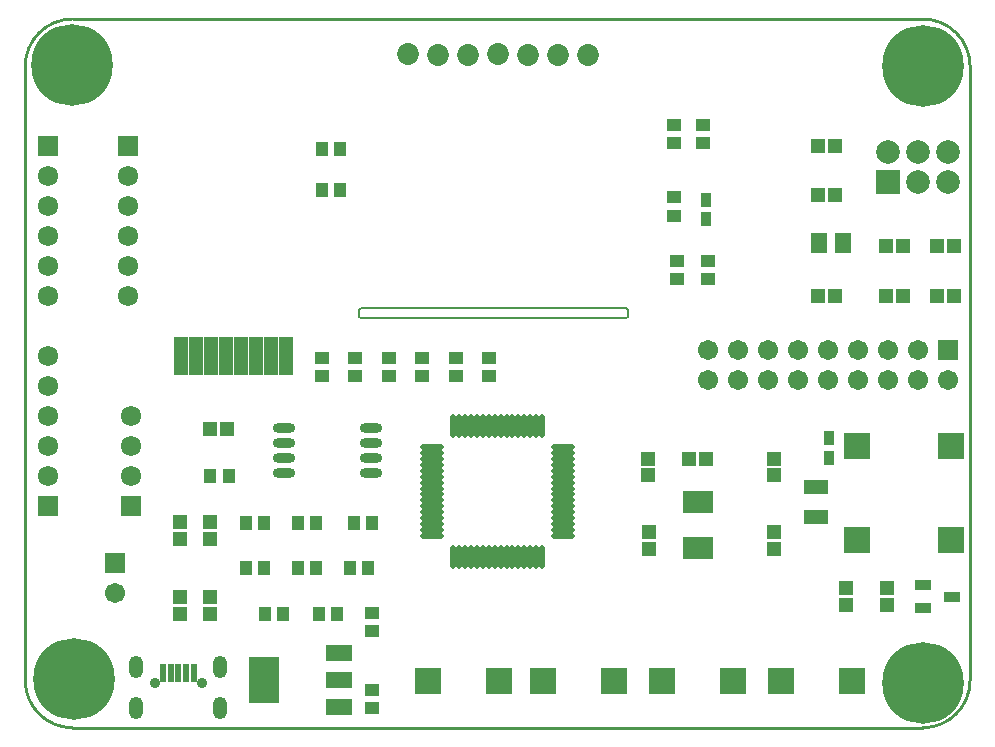
<source format=gts>
G04*
G04 #@! TF.GenerationSoftware,Altium Limited,Altium Designer,18.1.9 (240)*
G04*
G04 Layer_Color=8388736*
%FSLAX25Y25*%
%MOIN*%
G70*
G01*
G75*
%ADD10C,0.01000*%
%ADD18C,0.00600*%
%ADD42R,0.04461X0.04658*%
%ADD43O,0.07486X0.03359*%
%ADD44R,0.05721X0.03556*%
%ADD45R,0.05131X0.04737*%
%ADD46R,0.04737X0.05131*%
%ADD47O,0.01902X0.07870*%
%ADD48O,0.07870X0.01902*%
%ADD49O,0.07870X0.01902*%
%ADD50R,0.04737X0.12611*%
%ADD51R,0.04737X0.12611*%
%ADD52R,0.04658X0.04461*%
%ADD53R,0.04658X0.04461*%
%ADD54R,0.03300X0.04800*%
%ADD55R,0.08674X0.08674*%
%ADD56R,0.02375X0.06312*%
%ADD57R,0.02375X0.06312*%
%ADD58R,0.10248X0.07492*%
%ADD59R,0.07887X0.04737*%
%ADD60R,0.04461X0.04658*%
%ADD61R,0.09855X0.15761*%
%ADD62R,0.08674X0.05524*%
%ADD63R,0.08674X0.05524*%
%ADD64R,0.05367X0.06509*%
%ADD65C,0.07296*%
%ADD66C,0.27178*%
%ADD67C,0.05524*%
%ADD68O,0.04737X0.07488*%
%ADD69O,0.04737X0.07488*%
%ADD70C,0.03556*%
%ADD71C,0.06706*%
%ADD72R,0.06706X0.06706*%
%ADD73R,0.06784X0.06784*%
%ADD74C,0.06784*%
%ADD75C,0.07887*%
%ADD76R,0.07887X0.07887*%
%ADD77R,0.06706X0.06706*%
%ADD78C,0.06706*%
D10*
X299720Y1236D02*
G03*
X315480Y16978I9J15751D01*
G01*
X315480Y221709D02*
G03*
X299720Y237457I-15754J-6D01*
G01*
X16319D02*
G03*
X520Y221709I-26J-15774D01*
G01*
X520Y16937D02*
G03*
X16268Y1236I15725J23D01*
G01*
X520Y16937D02*
Y221709D01*
X16319Y237457D02*
X299720D01*
X315480Y16978D02*
Y222236D01*
X16268Y1236D02*
X299720D01*
D18*
X201307Y138244D02*
Y140618D01*
X111937Y138244D02*
Y140606D01*
Y138244D02*
X112331Y137850D01*
X200913D01*
X201307Y138244D01*
X200925Y141000D02*
X201307Y140618D01*
X112331Y141000D02*
X200925D01*
X111937Y140606D02*
X112331Y141000D01*
D42*
X99386Y194139D02*
D03*
X105455D02*
D03*
X68347Y85237D02*
D03*
X62278D02*
D03*
X105455Y180370D02*
D03*
X99386D02*
D03*
X80088Y69539D02*
D03*
X74019D02*
D03*
X91367Y69538D02*
D03*
X97436D02*
D03*
X116022Y69539D02*
D03*
X109953D02*
D03*
X86558Y39291D02*
D03*
X80489D02*
D03*
X98520Y39290D02*
D03*
X104589D02*
D03*
D43*
X86787Y101092D02*
D03*
Y96092D02*
D03*
Y91092D02*
D03*
X86787Y86092D02*
D03*
X115921Y101092D02*
D03*
X115921Y96092D02*
D03*
Y91092D02*
D03*
Y86092D02*
D03*
D44*
X309575Y44914D02*
D03*
X299735Y41174D02*
D03*
Y48654D02*
D03*
D45*
X287921Y47721D02*
D03*
Y42209D02*
D03*
X207992Y90862D02*
D03*
Y85350D02*
D03*
X250120Y90862D02*
D03*
Y85350D02*
D03*
X250119Y60854D02*
D03*
Y66365D02*
D03*
X274142Y42209D02*
D03*
Y47721D02*
D03*
X52210Y44703D02*
D03*
Y39191D02*
D03*
X52210Y69637D02*
D03*
Y64125D02*
D03*
X208300Y60844D02*
D03*
Y66356D02*
D03*
X62258Y44703D02*
D03*
Y39191D02*
D03*
X62210Y69637D02*
D03*
Y64125D02*
D03*
D46*
X227304Y90861D02*
D03*
X221792D02*
D03*
X67721Y100903D02*
D03*
X62209D02*
D03*
X304519Y145236D02*
D03*
X310031D02*
D03*
X287534Y161806D02*
D03*
X293045D02*
D03*
X264903Y145236D02*
D03*
X270414D02*
D03*
X264903Y195193D02*
D03*
X270414D02*
D03*
X264903Y178655D02*
D03*
X270414D02*
D03*
X304519Y161806D02*
D03*
X310031D02*
D03*
X287534Y145236D02*
D03*
X293045D02*
D03*
D47*
X172764Y58126D02*
D03*
X170795D02*
D03*
X168827D02*
D03*
X166858D02*
D03*
X164890D02*
D03*
X162921D02*
D03*
X160953D02*
D03*
X158984D02*
D03*
X157016D02*
D03*
X155047D02*
D03*
X153079D02*
D03*
X151110D02*
D03*
X149142D02*
D03*
X147173D02*
D03*
X145205D02*
D03*
X143236D02*
D03*
Y101826D02*
D03*
X145205D02*
D03*
X147173D02*
D03*
X149142D02*
D03*
X151110D02*
D03*
X153079D02*
D03*
X155047D02*
D03*
X157016D02*
D03*
X158984D02*
D03*
X160953D02*
D03*
X162921D02*
D03*
X164890D02*
D03*
X166858D02*
D03*
X168827D02*
D03*
X170795D02*
D03*
X172764D02*
D03*
D48*
X136150Y65212D02*
D03*
Y67181D02*
D03*
Y69149D02*
D03*
Y71118D02*
D03*
Y73086D02*
D03*
Y75055D02*
D03*
Y77023D02*
D03*
Y78992D02*
D03*
Y80960D02*
D03*
Y82929D02*
D03*
Y84897D02*
D03*
Y86866D02*
D03*
Y88834D02*
D03*
Y90803D02*
D03*
Y92771D02*
D03*
Y94740D02*
D03*
D49*
X179850D02*
D03*
Y92771D02*
D03*
Y90803D02*
D03*
Y88834D02*
D03*
Y86866D02*
D03*
Y84897D02*
D03*
Y82929D02*
D03*
Y80960D02*
D03*
Y78992D02*
D03*
Y77023D02*
D03*
Y75055D02*
D03*
Y73086D02*
D03*
Y71118D02*
D03*
Y69149D02*
D03*
Y67181D02*
D03*
Y65212D02*
D03*
D50*
X52339Y125236D02*
D03*
X62339D02*
D03*
X67339D02*
D03*
X72339D02*
D03*
X77339D02*
D03*
X82339D02*
D03*
X87339D02*
D03*
D51*
X57339D02*
D03*
D52*
X155244Y124565D02*
D03*
Y118496D02*
D03*
X121718Y124565D02*
D03*
Y118496D02*
D03*
X144068Y124565D02*
D03*
Y118496D02*
D03*
X132893Y124565D02*
D03*
Y118496D02*
D03*
X116021Y13712D02*
D03*
Y7643D02*
D03*
D53*
X216782Y202175D02*
D03*
X216802Y196106D02*
D03*
X226571Y202175D02*
D03*
X226591Y196106D02*
D03*
X216782Y177992D02*
D03*
X216802Y171923D02*
D03*
X99318Y124514D02*
D03*
X99338Y118445D02*
D03*
X110492Y118439D02*
D03*
X110472Y124508D02*
D03*
X217705Y156911D02*
D03*
X217725Y150842D02*
D03*
X228050Y156911D02*
D03*
X228070Y150842D02*
D03*
X116071Y33303D02*
D03*
X116051Y39372D02*
D03*
D54*
X227570Y170763D02*
D03*
Y177263D02*
D03*
X268520Y91230D02*
D03*
Y97730D02*
D03*
D55*
X158331Y16792D02*
D03*
X134709D02*
D03*
X196714D02*
D03*
X173092D02*
D03*
X236412D02*
D03*
X212790D02*
D03*
X276110D02*
D03*
X252488D02*
D03*
X309237Y63734D02*
D03*
X277741D02*
D03*
Y95230D02*
D03*
X309237D02*
D03*
D56*
X56638Y19422D02*
D03*
X48961D02*
D03*
D57*
X54079D02*
D03*
X51520D02*
D03*
X46402D02*
D03*
D58*
X224683Y61056D02*
D03*
X224687Y76492D02*
D03*
D59*
X264120Y71571D02*
D03*
Y81414D02*
D03*
D60*
X74000Y54451D02*
D03*
X80069Y54471D02*
D03*
X91317Y54451D02*
D03*
X97386Y54471D02*
D03*
X108634Y54451D02*
D03*
X114703Y54471D02*
D03*
D61*
X80020Y17130D02*
D03*
D62*
X105020D02*
D03*
Y26185D02*
D03*
D63*
Y8075D02*
D03*
D64*
X265223Y162730D02*
D03*
X273223D02*
D03*
D65*
X128000Y225636D02*
D03*
X138000Y225616D02*
D03*
X148000D02*
D03*
X158000Y225646D02*
D03*
X167990Y225626D02*
D03*
X177990D02*
D03*
X187990Y225616D02*
D03*
D66*
X16686Y17579D02*
D03*
X16268Y222236D02*
D03*
X299732Y16174D02*
D03*
Y221709D02*
D03*
D67*
X26186Y17579D02*
D03*
X23419Y10898D02*
D03*
X16737Y8131D02*
D03*
X10056Y10898D02*
D03*
X7288Y17579D02*
D03*
X10056Y24261D02*
D03*
X16737Y27028D02*
D03*
X23418Y24261D02*
D03*
X25768Y222236D02*
D03*
X23000Y215555D02*
D03*
X16319Y212787D02*
D03*
X9638Y215555D02*
D03*
X6870Y222236D02*
D03*
X9638Y228918D02*
D03*
X16319Y231685D02*
D03*
X23000Y228918D02*
D03*
X309233Y16174D02*
D03*
X306465Y9493D02*
D03*
X299784Y6726D02*
D03*
X293102Y9493D02*
D03*
X290335Y16174D02*
D03*
X293102Y22856D02*
D03*
X299784Y25623D02*
D03*
X306465Y22856D02*
D03*
X309233Y221709D02*
D03*
X306465Y215027D02*
D03*
X299784Y212260D02*
D03*
X293102Y215027D02*
D03*
X290335Y221709D02*
D03*
X293102Y228390D02*
D03*
X299784Y231157D02*
D03*
X306465Y228390D02*
D03*
D68*
X65594Y7808D02*
D03*
X37445D02*
D03*
D69*
Y21391D02*
D03*
X65594D02*
D03*
D70*
X59394Y16174D02*
D03*
X43646D02*
D03*
D71*
X30520Y46236D02*
D03*
D72*
Y56236D02*
D03*
D73*
X34878Y195252D02*
D03*
X7961Y75236D02*
D03*
Y195252D02*
D03*
X35760Y75236D02*
D03*
D74*
X34878Y185252D02*
D03*
Y175252D02*
D03*
Y165252D02*
D03*
Y155252D02*
D03*
Y145252D02*
D03*
X7961Y85236D02*
D03*
Y95236D02*
D03*
Y105236D02*
D03*
Y115236D02*
D03*
Y125236D02*
D03*
Y185252D02*
D03*
Y175252D02*
D03*
Y165252D02*
D03*
Y155252D02*
D03*
Y145252D02*
D03*
X35760Y105236D02*
D03*
Y95236D02*
D03*
Y85236D02*
D03*
D75*
X308074Y193236D02*
D03*
Y183236D02*
D03*
X298074Y193236D02*
D03*
Y183236D02*
D03*
X288074Y193236D02*
D03*
D76*
Y183236D02*
D03*
D77*
X308181Y127300D02*
D03*
D78*
X228181Y117300D02*
D03*
Y127300D02*
D03*
X238181Y117300D02*
D03*
Y127300D02*
D03*
X248181Y117300D02*
D03*
Y127300D02*
D03*
X258181Y117300D02*
D03*
Y127300D02*
D03*
X268181Y117300D02*
D03*
Y127300D02*
D03*
X278181Y117300D02*
D03*
Y127300D02*
D03*
X288181Y117300D02*
D03*
Y127300D02*
D03*
X298181Y117300D02*
D03*
Y127300D02*
D03*
X308181Y117300D02*
D03*
M02*

</source>
